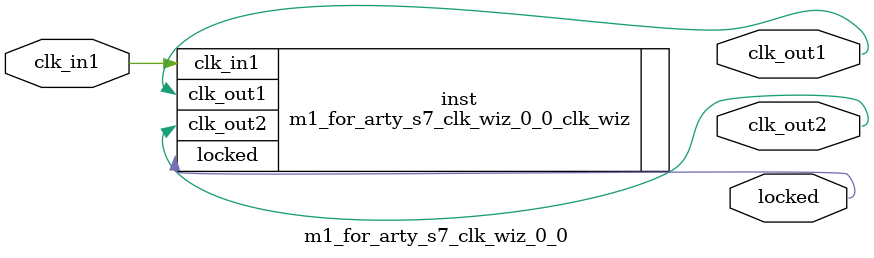
<source format=v>


`timescale 1ps/1ps

(* CORE_GENERATION_INFO = "m1_for_arty_s7_clk_wiz_0_0,clk_wiz_v6_0_1_0_0,{component_name=m1_for_arty_s7_clk_wiz_0_0,use_phase_alignment=true,use_min_o_jitter=false,use_max_i_jitter=false,use_dyn_phase_shift=false,use_inclk_switchover=false,use_dyn_reconfig=false,enable_axi=0,feedback_source=FDBK_AUTO,PRIMITIVE=MMCM,num_out_clk=2,clkin1_period=83.333,clkin2_period=10.0,use_power_down=false,use_reset=false,use_locked=true,use_inclk_stopped=false,feedback_type=SINGLE,CLOCK_MGR_TYPE=NA,manual_override=false}" *)

module m1_for_arty_s7_clk_wiz_0_0 
 (
  // Clock out ports
  output        clk_out1,
  output        clk_out2,
  // Status and control signals
  output        locked,
 // Clock in ports
  input         clk_in1
 );

  m1_for_arty_s7_clk_wiz_0_0_clk_wiz inst
  (
  // Clock out ports  
  .clk_out1(clk_out1),
  .clk_out2(clk_out2),
  // Status and control signals               
  .locked(locked),
 // Clock in ports
  .clk_in1(clk_in1)
  );

endmodule

</source>
